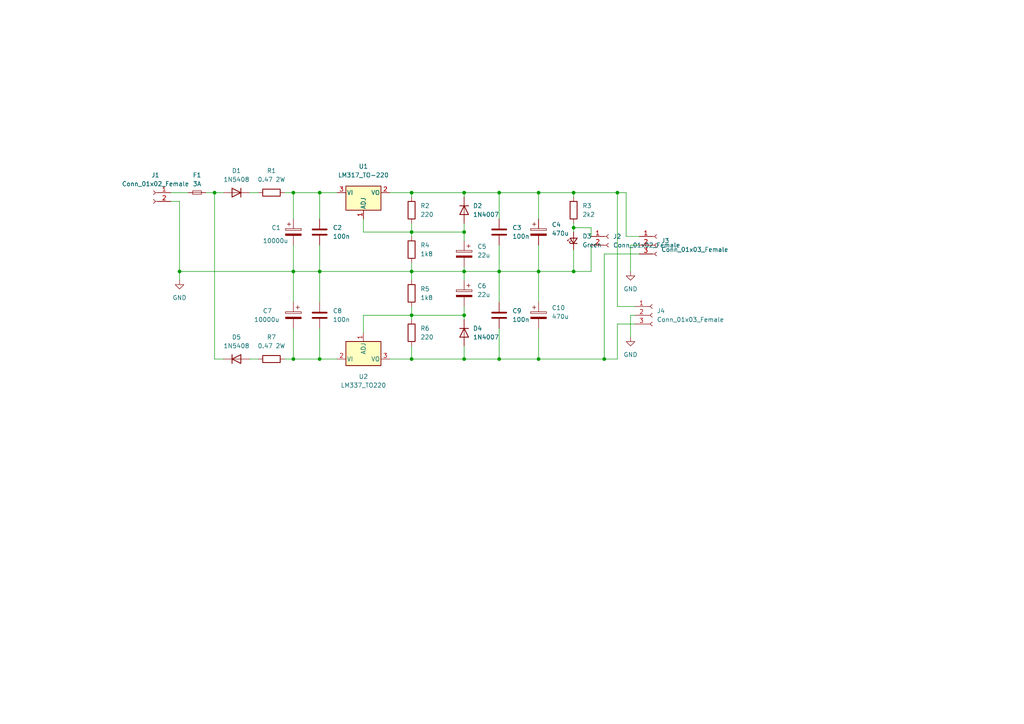
<source format=kicad_sch>
(kicad_sch (version 20211123) (generator eeschema)

  (uuid c7481fdf-b109-4b00-9133-4bcca7c51b3f)

  (paper "A4")

  (lib_symbols
    (symbol "Connector:Conn_01x02_Female" (pin_names (offset 1.016) hide) (in_bom yes) (on_board yes)
      (property "Reference" "J" (id 0) (at 0 2.54 0)
        (effects (font (size 1.27 1.27)))
      )
      (property "Value" "Conn_01x02_Female" (id 1) (at 0 -5.08 0)
        (effects (font (size 1.27 1.27)))
      )
      (property "Footprint" "" (id 2) (at 0 0 0)
        (effects (font (size 1.27 1.27)) hide)
      )
      (property "Datasheet" "~" (id 3) (at 0 0 0)
        (effects (font (size 1.27 1.27)) hide)
      )
      (property "ki_keywords" "connector" (id 4) (at 0 0 0)
        (effects (font (size 1.27 1.27)) hide)
      )
      (property "ki_description" "Generic connector, single row, 01x02, script generated (kicad-library-utils/schlib/autogen/connector/)" (id 5) (at 0 0 0)
        (effects (font (size 1.27 1.27)) hide)
      )
      (property "ki_fp_filters" "Connector*:*_1x??_*" (id 6) (at 0 0 0)
        (effects (font (size 1.27 1.27)) hide)
      )
      (symbol "Conn_01x02_Female_1_1"
        (arc (start 0 -2.032) (mid -0.508 -2.54) (end 0 -3.048)
          (stroke (width 0.1524) (type default) (color 0 0 0 0))
          (fill (type none))
        )
        (polyline
          (pts
            (xy -1.27 -2.54)
            (xy -0.508 -2.54)
          )
          (stroke (width 0.1524) (type default) (color 0 0 0 0))
          (fill (type none))
        )
        (polyline
          (pts
            (xy -1.27 0)
            (xy -0.508 0)
          )
          (stroke (width 0.1524) (type default) (color 0 0 0 0))
          (fill (type none))
        )
        (arc (start 0 0.508) (mid -0.508 0) (end 0 -0.508)
          (stroke (width 0.1524) (type default) (color 0 0 0 0))
          (fill (type none))
        )
        (pin passive line (at -5.08 0 0) (length 3.81)
          (name "Pin_1" (effects (font (size 1.27 1.27))))
          (number "1" (effects (font (size 1.27 1.27))))
        )
        (pin passive line (at -5.08 -2.54 0) (length 3.81)
          (name "Pin_2" (effects (font (size 1.27 1.27))))
          (number "2" (effects (font (size 1.27 1.27))))
        )
      )
    )
    (symbol "Connector:Conn_01x03_Female" (pin_names (offset 1.016) hide) (in_bom yes) (on_board yes)
      (property "Reference" "J" (id 0) (at 0 5.08 0)
        (effects (font (size 1.27 1.27)))
      )
      (property "Value" "Conn_01x03_Female" (id 1) (at 0 -5.08 0)
        (effects (font (size 1.27 1.27)))
      )
      (property "Footprint" "" (id 2) (at 0 0 0)
        (effects (font (size 1.27 1.27)) hide)
      )
      (property "Datasheet" "~" (id 3) (at 0 0 0)
        (effects (font (size 1.27 1.27)) hide)
      )
      (property "ki_keywords" "connector" (id 4) (at 0 0 0)
        (effects (font (size 1.27 1.27)) hide)
      )
      (property "ki_description" "Generic connector, single row, 01x03, script generated (kicad-library-utils/schlib/autogen/connector/)" (id 5) (at 0 0 0)
        (effects (font (size 1.27 1.27)) hide)
      )
      (property "ki_fp_filters" "Connector*:*_1x??_*" (id 6) (at 0 0 0)
        (effects (font (size 1.27 1.27)) hide)
      )
      (symbol "Conn_01x03_Female_1_1"
        (arc (start 0 -2.032) (mid -0.508 -2.54) (end 0 -3.048)
          (stroke (width 0.1524) (type default) (color 0 0 0 0))
          (fill (type none))
        )
        (polyline
          (pts
            (xy -1.27 -2.54)
            (xy -0.508 -2.54)
          )
          (stroke (width 0.1524) (type default) (color 0 0 0 0))
          (fill (type none))
        )
        (polyline
          (pts
            (xy -1.27 0)
            (xy -0.508 0)
          )
          (stroke (width 0.1524) (type default) (color 0 0 0 0))
          (fill (type none))
        )
        (polyline
          (pts
            (xy -1.27 2.54)
            (xy -0.508 2.54)
          )
          (stroke (width 0.1524) (type default) (color 0 0 0 0))
          (fill (type none))
        )
        (arc (start 0 0.508) (mid -0.508 0) (end 0 -0.508)
          (stroke (width 0.1524) (type default) (color 0 0 0 0))
          (fill (type none))
        )
        (arc (start 0 3.048) (mid -0.508 2.54) (end 0 2.032)
          (stroke (width 0.1524) (type default) (color 0 0 0 0))
          (fill (type none))
        )
        (pin passive line (at -5.08 2.54 0) (length 3.81)
          (name "Pin_1" (effects (font (size 1.27 1.27))))
          (number "1" (effects (font (size 1.27 1.27))))
        )
        (pin passive line (at -5.08 0 0) (length 3.81)
          (name "Pin_2" (effects (font (size 1.27 1.27))))
          (number "2" (effects (font (size 1.27 1.27))))
        )
        (pin passive line (at -5.08 -2.54 0) (length 3.81)
          (name "Pin_3" (effects (font (size 1.27 1.27))))
          (number "3" (effects (font (size 1.27 1.27))))
        )
      )
    )
    (symbol "Device:C" (pin_numbers hide) (pin_names (offset 0.254)) (in_bom yes) (on_board yes)
      (property "Reference" "C" (id 0) (at 0.635 2.54 0)
        (effects (font (size 1.27 1.27)) (justify left))
      )
      (property "Value" "C" (id 1) (at 0.635 -2.54 0)
        (effects (font (size 1.27 1.27)) (justify left))
      )
      (property "Footprint" "" (id 2) (at 0.9652 -3.81 0)
        (effects (font (size 1.27 1.27)) hide)
      )
      (property "Datasheet" "~" (id 3) (at 0 0 0)
        (effects (font (size 1.27 1.27)) hide)
      )
      (property "ki_keywords" "cap capacitor" (id 4) (at 0 0 0)
        (effects (font (size 1.27 1.27)) hide)
      )
      (property "ki_description" "Unpolarized capacitor" (id 5) (at 0 0 0)
        (effects (font (size 1.27 1.27)) hide)
      )
      (property "ki_fp_filters" "C_*" (id 6) (at 0 0 0)
        (effects (font (size 1.27 1.27)) hide)
      )
      (symbol "C_0_1"
        (polyline
          (pts
            (xy -2.032 -0.762)
            (xy 2.032 -0.762)
          )
          (stroke (width 0.508) (type default) (color 0 0 0 0))
          (fill (type none))
        )
        (polyline
          (pts
            (xy -2.032 0.762)
            (xy 2.032 0.762)
          )
          (stroke (width 0.508) (type default) (color 0 0 0 0))
          (fill (type none))
        )
      )
      (symbol "C_1_1"
        (pin passive line (at 0 3.81 270) (length 2.794)
          (name "~" (effects (font (size 1.27 1.27))))
          (number "1" (effects (font (size 1.27 1.27))))
        )
        (pin passive line (at 0 -3.81 90) (length 2.794)
          (name "~" (effects (font (size 1.27 1.27))))
          (number "2" (effects (font (size 1.27 1.27))))
        )
      )
    )
    (symbol "Device:C_Polarized" (pin_numbers hide) (pin_names (offset 0.254)) (in_bom yes) (on_board yes)
      (property "Reference" "C" (id 0) (at 0.635 2.54 0)
        (effects (font (size 1.27 1.27)) (justify left))
      )
      (property "Value" "C_Polarized" (id 1) (at 0.635 -2.54 0)
        (effects (font (size 1.27 1.27)) (justify left))
      )
      (property "Footprint" "" (id 2) (at 0.9652 -3.81 0)
        (effects (font (size 1.27 1.27)) hide)
      )
      (property "Datasheet" "~" (id 3) (at 0 0 0)
        (effects (font (size 1.27 1.27)) hide)
      )
      (property "ki_keywords" "cap capacitor" (id 4) (at 0 0 0)
        (effects (font (size 1.27 1.27)) hide)
      )
      (property "ki_description" "Polarized capacitor" (id 5) (at 0 0 0)
        (effects (font (size 1.27 1.27)) hide)
      )
      (property "ki_fp_filters" "CP_*" (id 6) (at 0 0 0)
        (effects (font (size 1.27 1.27)) hide)
      )
      (symbol "C_Polarized_0_1"
        (rectangle (start -2.286 0.508) (end 2.286 1.016)
          (stroke (width 0) (type default) (color 0 0 0 0))
          (fill (type none))
        )
        (polyline
          (pts
            (xy -1.778 2.286)
            (xy -0.762 2.286)
          )
          (stroke (width 0) (type default) (color 0 0 0 0))
          (fill (type none))
        )
        (polyline
          (pts
            (xy -1.27 2.794)
            (xy -1.27 1.778)
          )
          (stroke (width 0) (type default) (color 0 0 0 0))
          (fill (type none))
        )
        (rectangle (start 2.286 -0.508) (end -2.286 -1.016)
          (stroke (width 0) (type default) (color 0 0 0 0))
          (fill (type outline))
        )
      )
      (symbol "C_Polarized_1_1"
        (pin passive line (at 0 3.81 270) (length 2.794)
          (name "~" (effects (font (size 1.27 1.27))))
          (number "1" (effects (font (size 1.27 1.27))))
        )
        (pin passive line (at 0 -3.81 90) (length 2.794)
          (name "~" (effects (font (size 1.27 1.27))))
          (number "2" (effects (font (size 1.27 1.27))))
        )
      )
    )
    (symbol "Device:Fuse_Small" (pin_numbers hide) (pin_names (offset 0.254) hide) (in_bom yes) (on_board yes)
      (property "Reference" "F" (id 0) (at 0 -1.524 0)
        (effects (font (size 1.27 1.27)))
      )
      (property "Value" "Fuse_Small" (id 1) (at 0 1.524 0)
        (effects (font (size 1.27 1.27)))
      )
      (property "Footprint" "" (id 2) (at 0 0 0)
        (effects (font (size 1.27 1.27)) hide)
      )
      (property "Datasheet" "~" (id 3) (at 0 0 0)
        (effects (font (size 1.27 1.27)) hide)
      )
      (property "ki_keywords" "fuse" (id 4) (at 0 0 0)
        (effects (font (size 1.27 1.27)) hide)
      )
      (property "ki_description" "Fuse, small symbol" (id 5) (at 0 0 0)
        (effects (font (size 1.27 1.27)) hide)
      )
      (property "ki_fp_filters" "SM*" (id 6) (at 0 0 0)
        (effects (font (size 1.27 1.27)) hide)
      )
      (symbol "Fuse_Small_0_1"
        (rectangle (start -1.27 0.508) (end 1.27 -0.508)
          (stroke (width 0) (type default) (color 0 0 0 0))
          (fill (type none))
        )
        (polyline
          (pts
            (xy -1.27 0)
            (xy 1.27 0)
          )
          (stroke (width 0) (type default) (color 0 0 0 0))
          (fill (type none))
        )
      )
      (symbol "Fuse_Small_1_1"
        (pin passive line (at -2.54 0 0) (length 1.27)
          (name "~" (effects (font (size 1.27 1.27))))
          (number "1" (effects (font (size 1.27 1.27))))
        )
        (pin passive line (at 2.54 0 180) (length 1.27)
          (name "~" (effects (font (size 1.27 1.27))))
          (number "2" (effects (font (size 1.27 1.27))))
        )
      )
    )
    (symbol "Device:LED_Small" (pin_numbers hide) (pin_names (offset 0.254) hide) (in_bom yes) (on_board yes)
      (property "Reference" "D" (id 0) (at -1.27 3.175 0)
        (effects (font (size 1.27 1.27)) (justify left))
      )
      (property "Value" "LED_Small" (id 1) (at -4.445 -2.54 0)
        (effects (font (size 1.27 1.27)) (justify left))
      )
      (property "Footprint" "" (id 2) (at 0 0 90)
        (effects (font (size 1.27 1.27)) hide)
      )
      (property "Datasheet" "~" (id 3) (at 0 0 90)
        (effects (font (size 1.27 1.27)) hide)
      )
      (property "ki_keywords" "LED diode light-emitting-diode" (id 4) (at 0 0 0)
        (effects (font (size 1.27 1.27)) hide)
      )
      (property "ki_description" "Light emitting diode, small symbol" (id 5) (at 0 0 0)
        (effects (font (size 1.27 1.27)) hide)
      )
      (property "ki_fp_filters" "LED* LED_SMD:* LED_THT:*" (id 6) (at 0 0 0)
        (effects (font (size 1.27 1.27)) hide)
      )
      (symbol "LED_Small_0_1"
        (polyline
          (pts
            (xy -0.762 -1.016)
            (xy -0.762 1.016)
          )
          (stroke (width 0.254) (type default) (color 0 0 0 0))
          (fill (type none))
        )
        (polyline
          (pts
            (xy 1.016 0)
            (xy -0.762 0)
          )
          (stroke (width 0) (type default) (color 0 0 0 0))
          (fill (type none))
        )
        (polyline
          (pts
            (xy 0.762 -1.016)
            (xy -0.762 0)
            (xy 0.762 1.016)
            (xy 0.762 -1.016)
          )
          (stroke (width 0.254) (type default) (color 0 0 0 0))
          (fill (type none))
        )
        (polyline
          (pts
            (xy 0 0.762)
            (xy -0.508 1.27)
            (xy -0.254 1.27)
            (xy -0.508 1.27)
            (xy -0.508 1.016)
          )
          (stroke (width 0) (type default) (color 0 0 0 0))
          (fill (type none))
        )
        (polyline
          (pts
            (xy 0.508 1.27)
            (xy 0 1.778)
            (xy 0.254 1.778)
            (xy 0 1.778)
            (xy 0 1.524)
          )
          (stroke (width 0) (type default) (color 0 0 0 0))
          (fill (type none))
        )
      )
      (symbol "LED_Small_1_1"
        (pin passive line (at -2.54 0 0) (length 1.778)
          (name "K" (effects (font (size 1.27 1.27))))
          (number "1" (effects (font (size 1.27 1.27))))
        )
        (pin passive line (at 2.54 0 180) (length 1.778)
          (name "A" (effects (font (size 1.27 1.27))))
          (number "2" (effects (font (size 1.27 1.27))))
        )
      )
    )
    (symbol "Device:R" (pin_numbers hide) (pin_names (offset 0)) (in_bom yes) (on_board yes)
      (property "Reference" "R" (id 0) (at 2.032 0 90)
        (effects (font (size 1.27 1.27)))
      )
      (property "Value" "R" (id 1) (at 0 0 90)
        (effects (font (size 1.27 1.27)))
      )
      (property "Footprint" "" (id 2) (at -1.778 0 90)
        (effects (font (size 1.27 1.27)) hide)
      )
      (property "Datasheet" "~" (id 3) (at 0 0 0)
        (effects (font (size 1.27 1.27)) hide)
      )
      (property "ki_keywords" "R res resistor" (id 4) (at 0 0 0)
        (effects (font (size 1.27 1.27)) hide)
      )
      (property "ki_description" "Resistor" (id 5) (at 0 0 0)
        (effects (font (size 1.27 1.27)) hide)
      )
      (property "ki_fp_filters" "R_*" (id 6) (at 0 0 0)
        (effects (font (size 1.27 1.27)) hide)
      )
      (symbol "R_0_1"
        (rectangle (start -1.016 -2.54) (end 1.016 2.54)
          (stroke (width 0.254) (type default) (color 0 0 0 0))
          (fill (type none))
        )
      )
      (symbol "R_1_1"
        (pin passive line (at 0 3.81 270) (length 1.27)
          (name "~" (effects (font (size 1.27 1.27))))
          (number "1" (effects (font (size 1.27 1.27))))
        )
        (pin passive line (at 0 -3.81 90) (length 1.27)
          (name "~" (effects (font (size 1.27 1.27))))
          (number "2" (effects (font (size 1.27 1.27))))
        )
      )
    )
    (symbol "Diode:1N4007" (pin_numbers hide) (pin_names (offset 1.016) hide) (in_bom yes) (on_board yes)
      (property "Reference" "D" (id 0) (at 0 2.54 0)
        (effects (font (size 1.27 1.27)))
      )
      (property "Value" "1N4007" (id 1) (at 0 -2.54 0)
        (effects (font (size 1.27 1.27)))
      )
      (property "Footprint" "Diode_THT:D_DO-41_SOD81_P10.16mm_Horizontal" (id 2) (at 0 -4.445 0)
        (effects (font (size 1.27 1.27)) hide)
      )
      (property "Datasheet" "http://www.vishay.com/docs/88503/1n4001.pdf" (id 3) (at 0 0 0)
        (effects (font (size 1.27 1.27)) hide)
      )
      (property "ki_keywords" "diode" (id 4) (at 0 0 0)
        (effects (font (size 1.27 1.27)) hide)
      )
      (property "ki_description" "1000V 1A General Purpose Rectifier Diode, DO-41" (id 5) (at 0 0 0)
        (effects (font (size 1.27 1.27)) hide)
      )
      (property "ki_fp_filters" "D*DO?41*" (id 6) (at 0 0 0)
        (effects (font (size 1.27 1.27)) hide)
      )
      (symbol "1N4007_0_1"
        (polyline
          (pts
            (xy -1.27 1.27)
            (xy -1.27 -1.27)
          )
          (stroke (width 0.254) (type default) (color 0 0 0 0))
          (fill (type none))
        )
        (polyline
          (pts
            (xy 1.27 0)
            (xy -1.27 0)
          )
          (stroke (width 0) (type default) (color 0 0 0 0))
          (fill (type none))
        )
        (polyline
          (pts
            (xy 1.27 1.27)
            (xy 1.27 -1.27)
            (xy -1.27 0)
            (xy 1.27 1.27)
          )
          (stroke (width 0.254) (type default) (color 0 0 0 0))
          (fill (type none))
        )
      )
      (symbol "1N4007_1_1"
        (pin passive line (at -3.81 0 0) (length 2.54)
          (name "K" (effects (font (size 1.27 1.27))))
          (number "1" (effects (font (size 1.27 1.27))))
        )
        (pin passive line (at 3.81 0 180) (length 2.54)
          (name "A" (effects (font (size 1.27 1.27))))
          (number "2" (effects (font (size 1.27 1.27))))
        )
      )
    )
    (symbol "Diode:1N5408" (pin_numbers hide) (pin_names (offset 1.016) hide) (in_bom yes) (on_board yes)
      (property "Reference" "D" (id 0) (at 0 2.54 0)
        (effects (font (size 1.27 1.27)))
      )
      (property "Value" "1N5408" (id 1) (at 0 -2.54 0)
        (effects (font (size 1.27 1.27)))
      )
      (property "Footprint" "Diode_THT:D_DO-201AD_P15.24mm_Horizontal" (id 2) (at 0 -4.445 0)
        (effects (font (size 1.27 1.27)) hide)
      )
      (property "Datasheet" "http://www.vishay.com/docs/88516/1n5400.pdf" (id 3) (at 0 0 0)
        (effects (font (size 1.27 1.27)) hide)
      )
      (property "ki_keywords" "diode" (id 4) (at 0 0 0)
        (effects (font (size 1.27 1.27)) hide)
      )
      (property "ki_description" "1000V 3A General Purpose Rectifier Diode, DO-201AD" (id 5) (at 0 0 0)
        (effects (font (size 1.27 1.27)) hide)
      )
      (property "ki_fp_filters" "D*DO?201AD*" (id 6) (at 0 0 0)
        (effects (font (size 1.27 1.27)) hide)
      )
      (symbol "1N5408_0_1"
        (polyline
          (pts
            (xy -1.27 1.27)
            (xy -1.27 -1.27)
          )
          (stroke (width 0.254) (type default) (color 0 0 0 0))
          (fill (type none))
        )
        (polyline
          (pts
            (xy 1.27 0)
            (xy -1.27 0)
          )
          (stroke (width 0) (type default) (color 0 0 0 0))
          (fill (type none))
        )
        (polyline
          (pts
            (xy 1.27 1.27)
            (xy 1.27 -1.27)
            (xy -1.27 0)
            (xy 1.27 1.27)
          )
          (stroke (width 0.254) (type default) (color 0 0 0 0))
          (fill (type none))
        )
      )
      (symbol "1N5408_1_1"
        (pin passive line (at -3.81 0 0) (length 2.54)
          (name "K" (effects (font (size 1.27 1.27))))
          (number "1" (effects (font (size 1.27 1.27))))
        )
        (pin passive line (at 3.81 0 180) (length 2.54)
          (name "A" (effects (font (size 1.27 1.27))))
          (number "2" (effects (font (size 1.27 1.27))))
        )
      )
    )
    (symbol "Regulator_Linear:LM317_TO-220" (pin_names (offset 0.254)) (in_bom yes) (on_board yes)
      (property "Reference" "U" (id 0) (at -3.81 3.175 0)
        (effects (font (size 1.27 1.27)))
      )
      (property "Value" "LM317_TO-220" (id 1) (at 0 3.175 0)
        (effects (font (size 1.27 1.27)) (justify left))
      )
      (property "Footprint" "Package_TO_SOT_THT:TO-220-3_Vertical" (id 2) (at 0 6.35 0)
        (effects (font (size 1.27 1.27) italic) hide)
      )
      (property "Datasheet" "http://www.ti.com/lit/ds/symlink/lm317.pdf" (id 3) (at 0 0 0)
        (effects (font (size 1.27 1.27)) hide)
      )
      (property "ki_keywords" "Adjustable Voltage Regulator 1A Positive" (id 4) (at 0 0 0)
        (effects (font (size 1.27 1.27)) hide)
      )
      (property "ki_description" "1.5A 35V Adjustable Linear Regulator, TO-220" (id 5) (at 0 0 0)
        (effects (font (size 1.27 1.27)) hide)
      )
      (property "ki_fp_filters" "TO?220*" (id 6) (at 0 0 0)
        (effects (font (size 1.27 1.27)) hide)
      )
      (symbol "LM317_TO-220_0_1"
        (rectangle (start -5.08 1.905) (end 5.08 -5.08)
          (stroke (width 0.254) (type default) (color 0 0 0 0))
          (fill (type background))
        )
      )
      (symbol "LM317_TO-220_1_1"
        (pin input line (at 0 -7.62 90) (length 2.54)
          (name "ADJ" (effects (font (size 1.27 1.27))))
          (number "1" (effects (font (size 1.27 1.27))))
        )
        (pin power_out line (at 7.62 0 180) (length 2.54)
          (name "VO" (effects (font (size 1.27 1.27))))
          (number "2" (effects (font (size 1.27 1.27))))
        )
        (pin power_in line (at -7.62 0 0) (length 2.54)
          (name "VI" (effects (font (size 1.27 1.27))))
          (number "3" (effects (font (size 1.27 1.27))))
        )
      )
    )
    (symbol "Regulator_Linear:LM337_TO220" (pin_names (offset 0.254)) (in_bom yes) (on_board yes)
      (property "Reference" "U" (id 0) (at -3.81 -3.175 0)
        (effects (font (size 1.27 1.27)))
      )
      (property "Value" "LM337_TO220" (id 1) (at 0 -3.175 0)
        (effects (font (size 1.27 1.27)) (justify left))
      )
      (property "Footprint" "Package_TO_SOT_THT:TO-220-3_Vertical" (id 2) (at 0 -5.08 0)
        (effects (font (size 1.27 1.27) italic) hide)
      )
      (property "Datasheet" "http://www.ti.com/lit/ds/symlink/lm337-n.pdf" (id 3) (at 0 0 0)
        (effects (font (size 1.27 1.27)) hide)
      )
      (property "ki_keywords" "Adjustable Voltage Regulator 1.5A Negative" (id 4) (at 0 0 0)
        (effects (font (size 1.27 1.27)) hide)
      )
      (property "ki_description" "Negative 1.5A 35V Adjustable Linear Regulator, TO-220" (id 5) (at 0 0 0)
        (effects (font (size 1.27 1.27)) hide)
      )
      (property "ki_fp_filters" "TO?220*" (id 6) (at 0 0 0)
        (effects (font (size 1.27 1.27)) hide)
      )
      (symbol "LM337_TO220_0_1"
        (rectangle (start -5.08 5.08) (end 5.08 -1.905)
          (stroke (width 0.254) (type default) (color 0 0 0 0))
          (fill (type background))
        )
      )
      (symbol "LM337_TO220_1_1"
        (pin input line (at 0 7.62 270) (length 2.54)
          (name "ADJ" (effects (font (size 1.27 1.27))))
          (number "1" (effects (font (size 1.27 1.27))))
        )
        (pin power_in line (at -7.62 0 0) (length 2.54)
          (name "VI" (effects (font (size 1.27 1.27))))
          (number "2" (effects (font (size 1.27 1.27))))
        )
        (pin power_out line (at 7.62 0 180) (length 2.54)
          (name "VO" (effects (font (size 1.27 1.27))))
          (number "3" (effects (font (size 1.27 1.27))))
        )
      )
    )
    (symbol "power:GND" (power) (pin_names (offset 0)) (in_bom yes) (on_board yes)
      (property "Reference" "#PWR" (id 0) (at 0 -6.35 0)
        (effects (font (size 1.27 1.27)) hide)
      )
      (property "Value" "GND" (id 1) (at 0 -3.81 0)
        (effects (font (size 1.27 1.27)))
      )
      (property "Footprint" "" (id 2) (at 0 0 0)
        (effects (font (size 1.27 1.27)) hide)
      )
      (property "Datasheet" "" (id 3) (at 0 0 0)
        (effects (font (size 1.27 1.27)) hide)
      )
      (property "ki_keywords" "power-flag" (id 4) (at 0 0 0)
        (effects (font (size 1.27 1.27)) hide)
      )
      (property "ki_description" "Power symbol creates a global label with name \"GND\" , ground" (id 5) (at 0 0 0)
        (effects (font (size 1.27 1.27)) hide)
      )
      (symbol "GND_0_1"
        (polyline
          (pts
            (xy 0 0)
            (xy 0 -1.27)
            (xy 1.27 -1.27)
            (xy 0 -2.54)
            (xy -1.27 -1.27)
            (xy 0 -1.27)
          )
          (stroke (width 0) (type default) (color 0 0 0 0))
          (fill (type none))
        )
      )
      (symbol "GND_1_1"
        (pin power_in line (at 0 0 270) (length 0) hide
          (name "GND" (effects (font (size 1.27 1.27))))
          (number "1" (effects (font (size 1.27 1.27))))
        )
      )
    )
  )

  (junction (at 144.78 55.88) (diameter 0) (color 0 0 0 0)
    (uuid 03a451ec-38ac-4301-94dd-53413352b806)
  )
  (junction (at 85.09 104.14) (diameter 0) (color 0 0 0 0)
    (uuid 1b072512-455d-4bda-bd7e-1a392576f057)
  )
  (junction (at 92.71 78.74) (diameter 0) (color 0 0 0 0)
    (uuid 2c07119c-5321-454c-8fbd-098ebe6aae3c)
  )
  (junction (at 166.37 55.88) (diameter 0) (color 0 0 0 0)
    (uuid 2c36a2e0-9872-437a-b444-dbdce6814b48)
  )
  (junction (at 166.37 78.74) (diameter 0) (color 0 0 0 0)
    (uuid 310cb97e-c82e-4d7b-b09f-20ca3ef27c0c)
  )
  (junction (at 119.38 55.88) (diameter 0) (color 0 0 0 0)
    (uuid 38cb0ad5-9518-4ee8-b27e-25af456c3f53)
  )
  (junction (at 156.21 78.74) (diameter 0) (color 0 0 0 0)
    (uuid 3f205587-e28d-4527-bb7e-5de5deed6845)
  )
  (junction (at 92.71 55.88) (diameter 0) (color 0 0 0 0)
    (uuid 434521a2-920c-40e3-82c1-0ea61e8b807d)
  )
  (junction (at 134.62 55.88) (diameter 0) (color 0 0 0 0)
    (uuid 4803bd7c-c1b3-4208-b25c-80d07e9470d9)
  )
  (junction (at 134.62 104.14) (diameter 0) (color 0 0 0 0)
    (uuid 5598a0a3-7afa-4689-be20-8f4d2bbb0cd4)
  )
  (junction (at 85.09 78.74) (diameter 0) (color 0 0 0 0)
    (uuid 578fc016-b0a9-485e-83a0-621adb21f9e9)
  )
  (junction (at 166.37 66.04) (diameter 0) (color 0 0 0 0)
    (uuid 5b6e317d-19de-4a99-b35a-a856709a0b17)
  )
  (junction (at 134.62 78.74) (diameter 0) (color 0 0 0 0)
    (uuid 5ee529ad-6f70-4072-b8cb-c8f1914cf446)
  )
  (junction (at 134.62 91.44) (diameter 0) (color 0 0 0 0)
    (uuid 7284a20d-e842-402f-a012-a57be0248836)
  )
  (junction (at 119.38 104.14) (diameter 0) (color 0 0 0 0)
    (uuid 754a4008-ffe6-423d-848b-60dbc10a9abb)
  )
  (junction (at 144.78 78.74) (diameter 0) (color 0 0 0 0)
    (uuid 771882b5-6ed7-4644-be65-50b99b267dbf)
  )
  (junction (at 62.23 55.88) (diameter 0) (color 0 0 0 0)
    (uuid 7b38d091-1ff5-445f-830d-cef34de43391)
  )
  (junction (at 175.26 104.14) (diameter 0) (color 0 0 0 0)
    (uuid 84822627-910e-494f-ad1e-c00072c1d692)
  )
  (junction (at 134.62 67.31) (diameter 0) (color 0 0 0 0)
    (uuid 84db1ddb-b7c8-4dd7-804e-04d2b79e814a)
  )
  (junction (at 119.38 91.44) (diameter 0) (color 0 0 0 0)
    (uuid 884c75f3-d687-46e7-86fb-8a745dca4cc9)
  )
  (junction (at 156.21 55.88) (diameter 0) (color 0 0 0 0)
    (uuid 89e31e78-8fc3-4d93-bc21-462c38598ec1)
  )
  (junction (at 52.07 78.74) (diameter 0) (color 0 0 0 0)
    (uuid a97988d6-96e0-4a90-8b6f-9f6bbf6904d2)
  )
  (junction (at 92.71 104.14) (diameter 0) (color 0 0 0 0)
    (uuid ac990ad8-7107-4034-93c7-bb09f374d692)
  )
  (junction (at 119.38 78.74) (diameter 0) (color 0 0 0 0)
    (uuid aeb53672-88ea-4495-9c52-6dd42db7be1a)
  )
  (junction (at 144.78 104.14) (diameter 0) (color 0 0 0 0)
    (uuid b8993b73-d052-4af9-bce5-d1c84d077e1e)
  )
  (junction (at 119.38 67.31) (diameter 0) (color 0 0 0 0)
    (uuid c6c8468b-56ce-42d8-91ef-cddb7eaf9509)
  )
  (junction (at 85.09 55.88) (diameter 0) (color 0 0 0 0)
    (uuid d1275b1a-8eb5-4f7f-91dc-ea962ed8da8f)
  )
  (junction (at 179.07 55.88) (diameter 0) (color 0 0 0 0)
    (uuid d1e0a843-f6e6-4626-8e1f-0dbe4bd55438)
  )
  (junction (at 156.21 104.14) (diameter 0) (color 0 0 0 0)
    (uuid df26e782-be0c-417d-a40c-86daee561c39)
  )

  (wire (pts (xy 144.78 55.88) (xy 156.21 55.88))
    (stroke (width 0) (type default) (color 0 0 0 0))
    (uuid 0076e0cf-5e9d-4a75-a1d0-f41a0b570d9a)
  )
  (wire (pts (xy 156.21 104.14) (xy 156.21 95.25))
    (stroke (width 0) (type default) (color 0 0 0 0))
    (uuid 099b1d33-c774-459b-b985-bbc672c953d9)
  )
  (wire (pts (xy 119.38 78.74) (xy 92.71 78.74))
    (stroke (width 0) (type default) (color 0 0 0 0))
    (uuid 09f12d80-5749-4d3a-97df-e7333e36c0d9)
  )
  (wire (pts (xy 134.62 64.77) (xy 134.62 67.31))
    (stroke (width 0) (type default) (color 0 0 0 0))
    (uuid 0a8a0467-ceaa-49ed-926c-1b5bfbab68e7)
  )
  (wire (pts (xy 144.78 71.12) (xy 144.78 78.74))
    (stroke (width 0) (type default) (color 0 0 0 0))
    (uuid 0aa6fc44-e0ce-4f82-93f8-eb27013b4d1a)
  )
  (wire (pts (xy 171.45 68.58) (xy 171.45 66.04))
    (stroke (width 0) (type default) (color 0 0 0 0))
    (uuid 0fbd8a06-85c9-4ad4-8517-a2809baef0ce)
  )
  (wire (pts (xy 92.71 71.12) (xy 92.71 78.74))
    (stroke (width 0) (type default) (color 0 0 0 0))
    (uuid 13aaa7bb-9a10-4887-aaa2-b48fead04bf7)
  )
  (wire (pts (xy 119.38 100.33) (xy 119.38 104.14))
    (stroke (width 0) (type default) (color 0 0 0 0))
    (uuid 1590feb5-9d87-45cd-ab70-3c3ebcbca117)
  )
  (wire (pts (xy 166.37 66.04) (xy 166.37 67.31))
    (stroke (width 0) (type default) (color 0 0 0 0))
    (uuid 18c8af0a-580b-4174-9a7f-b993f1377e3e)
  )
  (wire (pts (xy 144.78 78.74) (xy 144.78 87.63))
    (stroke (width 0) (type default) (color 0 0 0 0))
    (uuid 1b41bc0e-9777-4371-b417-d3d85244c9b7)
  )
  (wire (pts (xy 144.78 104.14) (xy 156.21 104.14))
    (stroke (width 0) (type default) (color 0 0 0 0))
    (uuid 1b5ba77e-1b98-4770-ab27-b6e56dbf13de)
  )
  (wire (pts (xy 119.38 67.31) (xy 134.62 67.31))
    (stroke (width 0) (type default) (color 0 0 0 0))
    (uuid 1d7db52d-06cf-4c32-9960-354e47b09ecd)
  )
  (wire (pts (xy 59.69 55.88) (xy 62.23 55.88))
    (stroke (width 0) (type default) (color 0 0 0 0))
    (uuid 221ba3fb-0737-489a-ba75-4dacc8be1f36)
  )
  (wire (pts (xy 179.07 93.98) (xy 179.07 104.14))
    (stroke (width 0) (type default) (color 0 0 0 0))
    (uuid 2caec8e2-d35d-4e35-973b-467fb5c8d8a5)
  )
  (wire (pts (xy 156.21 55.88) (xy 166.37 55.88))
    (stroke (width 0) (type default) (color 0 0 0 0))
    (uuid 322ab516-7da7-4016-bacf-da6f2d16c6e1)
  )
  (wire (pts (xy 119.38 91.44) (xy 119.38 92.71))
    (stroke (width 0) (type default) (color 0 0 0 0))
    (uuid 33c0ae77-b235-4e5d-8e51-40ec8b576c02)
  )
  (wire (pts (xy 119.38 88.9) (xy 119.38 91.44))
    (stroke (width 0) (type default) (color 0 0 0 0))
    (uuid 33ffb9dc-0190-44e5-af3a-fc1e096013fe)
  )
  (wire (pts (xy 105.41 67.31) (xy 119.38 67.31))
    (stroke (width 0) (type default) (color 0 0 0 0))
    (uuid 3aa53420-8492-4479-8b6b-e6764cee4e3a)
  )
  (wire (pts (xy 181.61 55.88) (xy 179.07 55.88))
    (stroke (width 0) (type default) (color 0 0 0 0))
    (uuid 3df261ab-bf2b-45d8-af9f-cfc45ea4ca4d)
  )
  (wire (pts (xy 52.07 58.42) (xy 49.53 58.42))
    (stroke (width 0) (type default) (color 0 0 0 0))
    (uuid 4033c8ab-db4a-484e-a508-b2c4a7b325a0)
  )
  (wire (pts (xy 85.09 104.14) (xy 92.71 104.14))
    (stroke (width 0) (type default) (color 0 0 0 0))
    (uuid 40857e62-6f78-4957-8b98-4ce7d739fb2c)
  )
  (wire (pts (xy 62.23 55.88) (xy 62.23 104.14))
    (stroke (width 0) (type default) (color 0 0 0 0))
    (uuid 419209c5-5603-4918-b5f3-b8698c2dc52e)
  )
  (wire (pts (xy 134.62 100.33) (xy 134.62 104.14))
    (stroke (width 0) (type default) (color 0 0 0 0))
    (uuid 4d20cdc1-92bc-4eaa-98cc-264ca196f8f6)
  )
  (wire (pts (xy 134.62 55.88) (xy 144.78 55.88))
    (stroke (width 0) (type default) (color 0 0 0 0))
    (uuid 4d4f0561-5567-4325-ad4e-3dfc35af7504)
  )
  (wire (pts (xy 85.09 55.88) (xy 85.09 63.5))
    (stroke (width 0) (type default) (color 0 0 0 0))
    (uuid 4e3e9544-7586-489f-96bb-77a0fa7a712f)
  )
  (wire (pts (xy 134.62 88.9) (xy 134.62 91.44))
    (stroke (width 0) (type default) (color 0 0 0 0))
    (uuid 4e5a2613-765c-4646-be6c-9fd850320527)
  )
  (wire (pts (xy 134.62 78.74) (xy 144.78 78.74))
    (stroke (width 0) (type default) (color 0 0 0 0))
    (uuid 4e5c65f0-2250-4097-a558-b0ebc100fde9)
  )
  (wire (pts (xy 105.41 96.52) (xy 105.41 91.44))
    (stroke (width 0) (type default) (color 0 0 0 0))
    (uuid 4f475a92-f9e4-404c-8420-75ad1bb14c9d)
  )
  (wire (pts (xy 72.39 55.88) (xy 74.93 55.88))
    (stroke (width 0) (type default) (color 0 0 0 0))
    (uuid 5350f565-038b-4476-80fa-5ad46f3d18fa)
  )
  (wire (pts (xy 166.37 78.74) (xy 171.45 78.74))
    (stroke (width 0) (type default) (color 0 0 0 0))
    (uuid 56fb639c-5a3f-492f-96a4-d6bef45f16d5)
  )
  (wire (pts (xy 52.07 78.74) (xy 52.07 81.28))
    (stroke (width 0) (type default) (color 0 0 0 0))
    (uuid 582eaaa6-729a-4e97-8a0b-a475af7fc2e7)
  )
  (wire (pts (xy 113.03 55.88) (xy 119.38 55.88))
    (stroke (width 0) (type default) (color 0 0 0 0))
    (uuid 5c3f7b5b-be71-4de8-a217-ecd631808e89)
  )
  (wire (pts (xy 175.26 73.66) (xy 175.26 104.14))
    (stroke (width 0) (type default) (color 0 0 0 0))
    (uuid 5ddaaa88-6c36-4e6e-abc7-8e9b46a197d2)
  )
  (wire (pts (xy 85.09 95.25) (xy 85.09 104.14))
    (stroke (width 0) (type default) (color 0 0 0 0))
    (uuid 5f0353ee-49e4-4e0a-b96c-1208e5044ade)
  )
  (wire (pts (xy 119.38 55.88) (xy 134.62 55.88))
    (stroke (width 0) (type default) (color 0 0 0 0))
    (uuid 617f34f5-51a3-4d4e-a45e-6e8bba1087ab)
  )
  (wire (pts (xy 182.88 97.79) (xy 182.88 91.44))
    (stroke (width 0) (type default) (color 0 0 0 0))
    (uuid 65c284f8-4e23-4758-97fd-ea07eea5efea)
  )
  (wire (pts (xy 92.71 104.14) (xy 97.79 104.14))
    (stroke (width 0) (type default) (color 0 0 0 0))
    (uuid 6bcca023-5ac7-492f-868a-c7e55522fcc6)
  )
  (wire (pts (xy 92.71 55.88) (xy 92.71 63.5))
    (stroke (width 0) (type default) (color 0 0 0 0))
    (uuid 6cecdb7d-9547-4fa0-aa66-4024db761f29)
  )
  (wire (pts (xy 82.55 104.14) (xy 85.09 104.14))
    (stroke (width 0) (type default) (color 0 0 0 0))
    (uuid 6e54627b-22fe-493d-8b97-c5ecefe9f3e8)
  )
  (wire (pts (xy 184.15 93.98) (xy 179.07 93.98))
    (stroke (width 0) (type default) (color 0 0 0 0))
    (uuid 6fdcaf87-8338-4b72-82a4-2b3943f7eb40)
  )
  (wire (pts (xy 105.41 91.44) (xy 119.38 91.44))
    (stroke (width 0) (type default) (color 0 0 0 0))
    (uuid 70d74511-b548-4f73-8ce3-8c852f97189b)
  )
  (wire (pts (xy 134.62 91.44) (xy 134.62 92.71))
    (stroke (width 0) (type default) (color 0 0 0 0))
    (uuid 72bc27ea-568d-4787-b117-2579facaa269)
  )
  (wire (pts (xy 85.09 55.88) (xy 92.71 55.88))
    (stroke (width 0) (type default) (color 0 0 0 0))
    (uuid 77d2bb9b-4955-49ed-bcfa-80d12b6c97f6)
  )
  (wire (pts (xy 85.09 78.74) (xy 85.09 87.63))
    (stroke (width 0) (type default) (color 0 0 0 0))
    (uuid 790e8f6b-5893-497f-887b-b79315470ee8)
  )
  (wire (pts (xy 113.03 104.14) (xy 119.38 104.14))
    (stroke (width 0) (type default) (color 0 0 0 0))
    (uuid 7a1d41d5-40a3-47cf-8084-1ca6aec90e70)
  )
  (wire (pts (xy 119.38 78.74) (xy 119.38 81.28))
    (stroke (width 0) (type default) (color 0 0 0 0))
    (uuid 7a6da17f-2d00-4096-9736-a580b37f99c8)
  )
  (wire (pts (xy 85.09 71.12) (xy 85.09 78.74))
    (stroke (width 0) (type default) (color 0 0 0 0))
    (uuid 7f695168-3549-4f4a-b613-ccf1c4acb55c)
  )
  (wire (pts (xy 92.71 55.88) (xy 97.79 55.88))
    (stroke (width 0) (type default) (color 0 0 0 0))
    (uuid 80485256-3278-44fe-946d-c9fad494d3aa)
  )
  (wire (pts (xy 134.62 78.74) (xy 119.38 78.74))
    (stroke (width 0) (type default) (color 0 0 0 0))
    (uuid 84484d36-95e6-4006-bce4-19afd9f87c8d)
  )
  (wire (pts (xy 92.71 78.74) (xy 85.09 78.74))
    (stroke (width 0) (type default) (color 0 0 0 0))
    (uuid 871bb312-f2d4-4e20-b487-79c066f46d39)
  )
  (wire (pts (xy 181.61 68.58) (xy 181.61 55.88))
    (stroke (width 0) (type default) (color 0 0 0 0))
    (uuid 873ac517-5f79-43db-832d-c9705a190891)
  )
  (wire (pts (xy 82.55 55.88) (xy 85.09 55.88))
    (stroke (width 0) (type default) (color 0 0 0 0))
    (uuid 87597dd4-6429-42da-abc8-20ca737c3fe1)
  )
  (wire (pts (xy 144.78 95.25) (xy 144.78 104.14))
    (stroke (width 0) (type default) (color 0 0 0 0))
    (uuid 89228c83-779d-4fd0-b5f8-1fa96576846b)
  )
  (wire (pts (xy 119.38 64.77) (xy 119.38 67.31))
    (stroke (width 0) (type default) (color 0 0 0 0))
    (uuid 89a43392-43e9-4451-be05-eb7eb4b30b85)
  )
  (wire (pts (xy 92.71 95.25) (xy 92.71 104.14))
    (stroke (width 0) (type default) (color 0 0 0 0))
    (uuid 956992ab-ec95-42e6-907f-aa5bc4df167e)
  )
  (wire (pts (xy 166.37 57.15) (xy 166.37 55.88))
    (stroke (width 0) (type default) (color 0 0 0 0))
    (uuid 956c497f-1de9-4a55-b9e9-f04986655cf6)
  )
  (wire (pts (xy 119.38 55.88) (xy 119.38 57.15))
    (stroke (width 0) (type default) (color 0 0 0 0))
    (uuid 9b5a9283-1596-47bd-afc3-13554fe7d35b)
  )
  (wire (pts (xy 72.39 104.14) (xy 74.93 104.14))
    (stroke (width 0) (type default) (color 0 0 0 0))
    (uuid 9bb9f98d-7f1a-42a9-a563-b9f32b92717c)
  )
  (wire (pts (xy 171.45 71.12) (xy 171.45 78.74))
    (stroke (width 0) (type default) (color 0 0 0 0))
    (uuid a080ee4d-8119-4492-b5f2-de2b44869737)
  )
  (wire (pts (xy 64.77 104.14) (xy 62.23 104.14))
    (stroke (width 0) (type default) (color 0 0 0 0))
    (uuid a2175c0b-4eac-437f-a3ae-8e4f3962c336)
  )
  (wire (pts (xy 134.62 78.74) (xy 134.62 81.28))
    (stroke (width 0) (type default) (color 0 0 0 0))
    (uuid a3a7511b-3209-4f77-a056-f7404e9a1264)
  )
  (wire (pts (xy 179.07 55.88) (xy 179.07 88.9))
    (stroke (width 0) (type default) (color 0 0 0 0))
    (uuid a42e81a7-5434-44d9-a213-56604f3a755e)
  )
  (wire (pts (xy 156.21 78.74) (xy 166.37 78.74))
    (stroke (width 0) (type default) (color 0 0 0 0))
    (uuid ac062ee0-a6f8-4369-9f67-fed205893c9f)
  )
  (wire (pts (xy 166.37 66.04) (xy 171.45 66.04))
    (stroke (width 0) (type default) (color 0 0 0 0))
    (uuid ae9c8e6a-22a1-46ec-bac5-545f2b710e17)
  )
  (wire (pts (xy 49.53 55.88) (xy 54.61 55.88))
    (stroke (width 0) (type default) (color 0 0 0 0))
    (uuid af88432d-f106-4fc7-b5ac-e0d4a2cfad82)
  )
  (wire (pts (xy 134.62 67.31) (xy 134.62 69.85))
    (stroke (width 0) (type default) (color 0 0 0 0))
    (uuid b26bcb79-689e-4a54-a484-7b41de8b7c05)
  )
  (wire (pts (xy 105.41 63.5) (xy 105.41 67.31))
    (stroke (width 0) (type default) (color 0 0 0 0))
    (uuid b41483c0-8b31-4926-ae1d-3a582eeba720)
  )
  (wire (pts (xy 182.88 91.44) (xy 184.15 91.44))
    (stroke (width 0) (type default) (color 0 0 0 0))
    (uuid b4d98181-a849-439e-840e-bd101e0bf5b0)
  )
  (wire (pts (xy 184.15 88.9) (xy 179.07 88.9))
    (stroke (width 0) (type default) (color 0 0 0 0))
    (uuid b85ad3b3-e9b5-46ff-9f16-3944c1305523)
  )
  (wire (pts (xy 156.21 71.12) (xy 156.21 78.74))
    (stroke (width 0) (type default) (color 0 0 0 0))
    (uuid be3b65a3-e889-49fc-b2bd-7a31d1db3421)
  )
  (wire (pts (xy 166.37 72.39) (xy 166.37 78.74))
    (stroke (width 0) (type default) (color 0 0 0 0))
    (uuid c121017b-9c47-4f96-bb3c-f78b4675ce4b)
  )
  (wire (pts (xy 166.37 64.77) (xy 166.37 66.04))
    (stroke (width 0) (type default) (color 0 0 0 0))
    (uuid c5e6511d-e75b-4873-93a7-f7ad5b8daa66)
  )
  (wire (pts (xy 156.21 104.14) (xy 175.26 104.14))
    (stroke (width 0) (type default) (color 0 0 0 0))
    (uuid c612b3d0-befe-47cc-b9f6-44e8f7ff8ddf)
  )
  (wire (pts (xy 175.26 104.14) (xy 179.07 104.14))
    (stroke (width 0) (type default) (color 0 0 0 0))
    (uuid c74a1603-4382-40dd-86ca-e91228ddfb73)
  )
  (wire (pts (xy 119.38 91.44) (xy 134.62 91.44))
    (stroke (width 0) (type default) (color 0 0 0 0))
    (uuid c78f5792-c77a-47ef-9142-18919ac35082)
  )
  (wire (pts (xy 119.38 76.2) (xy 119.38 78.74))
    (stroke (width 0) (type default) (color 0 0 0 0))
    (uuid c9d2ca64-d549-4eb3-a022-dad3270b62c7)
  )
  (wire (pts (xy 185.42 73.66) (xy 175.26 73.66))
    (stroke (width 0) (type default) (color 0 0 0 0))
    (uuid cd22540a-5034-46d8-8fe1-4dc714f486c9)
  )
  (wire (pts (xy 182.88 71.12) (xy 185.42 71.12))
    (stroke (width 0) (type default) (color 0 0 0 0))
    (uuid d383b454-7aee-42c3-9c22-ac8ac25dbbb1)
  )
  (wire (pts (xy 134.62 55.88) (xy 134.62 57.15))
    (stroke (width 0) (type default) (color 0 0 0 0))
    (uuid d9e5c504-b2e2-435f-9646-0e2e2d7945a3)
  )
  (wire (pts (xy 156.21 63.5) (xy 156.21 55.88))
    (stroke (width 0) (type default) (color 0 0 0 0))
    (uuid db3a3694-822c-4510-8cd0-0f1dc33d9bf0)
  )
  (wire (pts (xy 62.23 55.88) (xy 64.77 55.88))
    (stroke (width 0) (type default) (color 0 0 0 0))
    (uuid de83c7dd-b96c-46ea-b3a2-9eb093809ba5)
  )
  (wire (pts (xy 134.62 104.14) (xy 144.78 104.14))
    (stroke (width 0) (type default) (color 0 0 0 0))
    (uuid de99d1cf-1a83-4806-a381-97bf851a3524)
  )
  (wire (pts (xy 156.21 78.74) (xy 156.21 87.63))
    (stroke (width 0) (type default) (color 0 0 0 0))
    (uuid df39b034-71b8-4715-b7ee-9467aed3e52b)
  )
  (wire (pts (xy 119.38 67.31) (xy 119.38 68.58))
    (stroke (width 0) (type default) (color 0 0 0 0))
    (uuid e4e5302c-53d1-4be8-9c24-686667851bc1)
  )
  (wire (pts (xy 144.78 63.5) (xy 144.78 55.88))
    (stroke (width 0) (type default) (color 0 0 0 0))
    (uuid eae3d11f-0fdd-4d96-8f31-06a61951ab79)
  )
  (wire (pts (xy 119.38 104.14) (xy 134.62 104.14))
    (stroke (width 0) (type default) (color 0 0 0 0))
    (uuid ebaa7733-30cf-4586-94f6-18912f0b08cb)
  )
  (wire (pts (xy 134.62 77.47) (xy 134.62 78.74))
    (stroke (width 0) (type default) (color 0 0 0 0))
    (uuid efba6a9a-489f-495c-b112-5ba5a8f744c0)
  )
  (wire (pts (xy 182.88 78.74) (xy 182.88 71.12))
    (stroke (width 0) (type default) (color 0 0 0 0))
    (uuid f127e56f-074e-4c61-adf8-76d99c01a649)
  )
  (wire (pts (xy 85.09 78.74) (xy 52.07 78.74))
    (stroke (width 0) (type default) (color 0 0 0 0))
    (uuid f29c5bb3-3d39-4609-b069-4f904a7869f2)
  )
  (wire (pts (xy 144.78 78.74) (xy 156.21 78.74))
    (stroke (width 0) (type default) (color 0 0 0 0))
    (uuid f67d462d-1643-41bc-955f-feced585db49)
  )
  (wire (pts (xy 185.42 68.58) (xy 181.61 68.58))
    (stroke (width 0) (type default) (color 0 0 0 0))
    (uuid f7bb76e2-4d80-4c1b-801b-e28863e327d9)
  )
  (wire (pts (xy 179.07 55.88) (xy 166.37 55.88))
    (stroke (width 0) (type default) (color 0 0 0 0))
    (uuid f94b83a1-5866-4ffe-86b2-de020e3478a6)
  )
  (wire (pts (xy 52.07 78.74) (xy 52.07 58.42))
    (stroke (width 0) (type default) (color 0 0 0 0))
    (uuid fa8bd7ca-bc02-4b58-b206-7e9967b18b3f)
  )
  (wire (pts (xy 92.71 78.74) (xy 92.71 87.63))
    (stroke (width 0) (type default) (color 0 0 0 0))
    (uuid fd11de19-1551-4a08-a63a-7a29efd781e3)
  )

  (symbol (lib_id "Diode:1N5408") (at 68.58 104.14 0) (unit 1)
    (in_bom yes) (on_board yes) (fields_autoplaced)
    (uuid 0b94b7b3-2550-4971-968e-6c4232a4bcd7)
    (property "Reference" "D5" (id 0) (at 68.58 97.79 0))
    (property "Value" "1N5408" (id 1) (at 68.58 100.33 0))
    (property "Footprint" "Diode_THT:D_DO-201AD_P15.24mm_Horizontal" (id 2) (at 68.58 108.585 0)
      (effects (font (size 1.27 1.27)) hide)
    )
    (property "Datasheet" "http://www.vishay.com/docs/88516/1n5400.pdf" (id 3) (at 68.58 104.14 0)
      (effects (font (size 1.27 1.27)) hide)
    )
    (pin "1" (uuid e5dd13dc-53a0-40c7-8e8b-f7364ee5bb0d))
    (pin "2" (uuid 57695cb0-9321-4843-825b-532e8021c9de))
  )

  (symbol (lib_id "Connector:Conn_01x02_Female") (at 44.45 55.88 0) (mirror y) (unit 1)
    (in_bom yes) (on_board yes) (fields_autoplaced)
    (uuid 10287a93-f2ea-4f9e-9400-e99b64e4e5d1)
    (property "Reference" "J1" (id 0) (at 45.085 50.8 0))
    (property "Value" "Conn_01x02_Female" (id 1) (at 45.085 53.34 0))
    (property "Footprint" "Connector_Molex:Molex_KK-396_A-41791-0002_1x02_P3.96mm_Vertical" (id 2) (at 44.45 55.88 0)
      (effects (font (size 1.27 1.27)) hide)
    )
    (property "Datasheet" "~" (id 3) (at 44.45 55.88 0)
      (effects (font (size 1.27 1.27)) hide)
    )
    (pin "1" (uuid 82ad3e98-4d13-4bbb-b032-0f73b78fbf06))
    (pin "2" (uuid 3eca41ee-fa72-4ec5-a495-0906da151422))
  )

  (symbol (lib_id "Regulator_Linear:LM337_TO220") (at 105.41 104.14 0) (unit 1)
    (in_bom yes) (on_board yes) (fields_autoplaced)
    (uuid 1e47a0de-220f-439a-bb5c-fc1c23327150)
    (property "Reference" "U2" (id 0) (at 105.41 109.22 0))
    (property "Value" "LM337_TO220" (id 1) (at 105.41 111.76 0))
    (property "Footprint" "Package_TO_SOT_THT:TO-220-3_Vertical" (id 2) (at 105.41 109.22 0)
      (effects (font (size 1.27 1.27) italic) hide)
    )
    (property "Datasheet" "http://www.ti.com/lit/ds/symlink/lm337-n.pdf" (id 3) (at 105.41 104.14 0)
      (effects (font (size 1.27 1.27)) hide)
    )
    (pin "1" (uuid cafbcfb0-3005-4a8a-92f2-fa4a218925ec))
    (pin "2" (uuid 478d967b-20e8-4be7-8009-2a787a285c07))
    (pin "3" (uuid a256dc12-9904-4fdb-88df-6b8ce4a37b79))
  )

  (symbol (lib_id "Regulator_Linear:LM317_TO-220") (at 105.41 55.88 0) (unit 1)
    (in_bom yes) (on_board yes) (fields_autoplaced)
    (uuid 23975f73-6484-48ca-96d1-e5d82568d456)
    (property "Reference" "U1" (id 0) (at 105.41 48.26 0))
    (property "Value" "LM317_TO-220" (id 1) (at 105.41 50.8 0))
    (property "Footprint" "Package_TO_SOT_THT:TO-220-3_Vertical" (id 2) (at 105.41 49.53 0)
      (effects (font (size 1.27 1.27) italic) hide)
    )
    (property "Datasheet" "http://www.ti.com/lit/ds/symlink/lm317.pdf" (id 3) (at 105.41 55.88 0)
      (effects (font (size 1.27 1.27)) hide)
    )
    (pin "1" (uuid 90c195f0-ed6b-4397-ab8f-2d78745d201e))
    (pin "2" (uuid 53911083-f80d-4189-803f-08062342221d))
    (pin "3" (uuid f8af11bd-dd6d-472d-a8e5-73204304bcad))
  )

  (symbol (lib_id "Device:LED_Small") (at 166.37 69.85 90) (unit 1)
    (in_bom yes) (on_board yes) (fields_autoplaced)
    (uuid 2e9bcc7c-ec4d-4038-b802-4f04698b5789)
    (property "Reference" "D3" (id 0) (at 168.91 68.5164 90)
      (effects (font (size 1.27 1.27)) (justify right))
    )
    (property "Value" "Green" (id 1) (at 168.91 71.0564 90)
      (effects (font (size 1.27 1.27)) (justify right))
    )
    (property "Footprint" "LED_THT:LED_D5.0mm" (id 2) (at 166.37 69.85 90)
      (effects (font (size 1.27 1.27)) hide)
    )
    (property "Datasheet" "~" (id 3) (at 166.37 69.85 90)
      (effects (font (size 1.27 1.27)) hide)
    )
    (pin "1" (uuid 429b000b-e6f6-4d3d-950f-2e72ea158301))
    (pin "2" (uuid 76fbd85d-2265-4697-9aca-f5babf51bf6b))
  )

  (symbol (lib_id "Diode:1N4007") (at 134.62 60.96 270) (unit 1)
    (in_bom yes) (on_board yes) (fields_autoplaced)
    (uuid 3094a61a-f01e-49f0-9a23-7265c09394f7)
    (property "Reference" "D2" (id 0) (at 137.16 59.6899 90)
      (effects (font (size 1.27 1.27)) (justify left))
    )
    (property "Value" "1N4007" (id 1) (at 137.16 62.2299 90)
      (effects (font (size 1.27 1.27)) (justify left))
    )
    (property "Footprint" "Diode_THT:D_DO-41_SOD81_P10.16mm_Horizontal" (id 2) (at 130.175 60.96 0)
      (effects (font (size 1.27 1.27)) hide)
    )
    (property "Datasheet" "http://www.vishay.com/docs/88503/1n4001.pdf" (id 3) (at 134.62 60.96 0)
      (effects (font (size 1.27 1.27)) hide)
    )
    (pin "1" (uuid af3355be-55f6-427e-b742-7564b62fb1f1))
    (pin "2" (uuid cd7b1fe6-28c8-4f62-9350-34073d8fa22e))
  )

  (symbol (lib_id "Device:C") (at 144.78 67.31 0) (unit 1)
    (in_bom yes) (on_board yes) (fields_autoplaced)
    (uuid 416ae792-bf4d-4428-a3ca-ed421abd7ceb)
    (property "Reference" "C3" (id 0) (at 148.59 66.0399 0)
      (effects (font (size 1.27 1.27)) (justify left))
    )
    (property "Value" "100n" (id 1) (at 148.59 68.5799 0)
      (effects (font (size 1.27 1.27)) (justify left))
    )
    (property "Footprint" "Capacitor_THT:C_Rect_L9.0mm_W3.3mm_P7.50mm_MKT" (id 2) (at 145.7452 71.12 0)
      (effects (font (size 1.27 1.27)) hide)
    )
    (property "Datasheet" "~" (id 3) (at 144.78 67.31 0)
      (effects (font (size 1.27 1.27)) hide)
    )
    (pin "1" (uuid 4516b198-134d-411a-afac-b1b924a2d702))
    (pin "2" (uuid 2dfbe1e5-2347-4b5a-84dd-efae8a1c5a2a))
  )

  (symbol (lib_id "Device:C_Polarized") (at 85.09 91.44 0) (mirror y) (unit 1)
    (in_bom yes) (on_board yes)
    (uuid 4faa3bb4-9ee4-4f21-8b77-3ee28553fca4)
    (property "Reference" "C7" (id 0) (at 76.2 90.17 0)
      (effects (font (size 1.27 1.27)) (justify right))
    )
    (property "Value" "10000u" (id 1) (at 73.66 92.71 0)
      (effects (font (size 1.27 1.27)) (justify right))
    )
    (property "Footprint" "Capacitor_THT:CP_Radial_D18.0mm_P7.50mm" (id 2) (at 84.1248 95.25 0)
      (effects (font (size 1.27 1.27)) hide)
    )
    (property "Datasheet" "~" (id 3) (at 85.09 91.44 0)
      (effects (font (size 1.27 1.27)) hide)
    )
    (pin "1" (uuid 34f30412-602f-4141-9563-da13ebd80b15))
    (pin "2" (uuid 62c69777-a31e-4412-b338-d6838f91b3c2))
  )

  (symbol (lib_id "Connector:Conn_01x03_Female") (at 189.23 91.44 0) (unit 1)
    (in_bom yes) (on_board yes) (fields_autoplaced)
    (uuid 54ef9cd2-feba-4a3c-a0e1-851b504e2b8b)
    (property "Reference" "J4" (id 0) (at 190.5 90.1699 0)
      (effects (font (size 1.27 1.27)) (justify left))
    )
    (property "Value" "Conn_01x03_Female" (id 1) (at 190.5 92.7099 0)
      (effects (font (size 1.27 1.27)) (justify left))
    )
    (property "Footprint" "Connector_Molex:Molex_KK-254_AE-6410-03A_1x03_P2.54mm_Vertical" (id 2) (at 189.23 91.44 0)
      (effects (font (size 1.27 1.27)) hide)
    )
    (property "Datasheet" "~" (id 3) (at 189.23 91.44 0)
      (effects (font (size 1.27 1.27)) hide)
    )
    (pin "1" (uuid 20012770-1b7b-43e0-baf2-855206f919d8))
    (pin "2" (uuid 0ee63c51-c590-49fb-b4c5-453d40aed0d3))
    (pin "3" (uuid 955e2a20-698d-4df9-af50-18f59c2d27bb))
  )

  (symbol (lib_id "Device:C") (at 92.71 91.44 0) (unit 1)
    (in_bom yes) (on_board yes) (fields_autoplaced)
    (uuid 5dea36e1-1338-4cdb-8bed-12346889e33e)
    (property "Reference" "C8" (id 0) (at 96.52 90.1699 0)
      (effects (font (size 1.27 1.27)) (justify left))
    )
    (property "Value" "100n" (id 1) (at 96.52 92.7099 0)
      (effects (font (size 1.27 1.27)) (justify left))
    )
    (property "Footprint" "Capacitor_THT:C_Rect_L9.0mm_W3.3mm_P7.50mm_MKT" (id 2) (at 93.6752 95.25 0)
      (effects (font (size 1.27 1.27)) hide)
    )
    (property "Datasheet" "~" (id 3) (at 92.71 91.44 0)
      (effects (font (size 1.27 1.27)) hide)
    )
    (pin "1" (uuid da51fbe9-a4f8-401b-8cab-3dcc78a81eb6))
    (pin "2" (uuid 0a85bd51-5a7a-4fb0-a4fe-d63cc66c6e78))
  )

  (symbol (lib_id "Device:C") (at 92.71 67.31 0) (unit 1)
    (in_bom yes) (on_board yes) (fields_autoplaced)
    (uuid 5f684fde-122e-4d79-bc3d-24f2a52bfcc7)
    (property "Reference" "C2" (id 0) (at 96.52 66.0399 0)
      (effects (font (size 1.27 1.27)) (justify left))
    )
    (property "Value" "100n" (id 1) (at 96.52 68.5799 0)
      (effects (font (size 1.27 1.27)) (justify left))
    )
    (property "Footprint" "Capacitor_THT:C_Rect_L9.0mm_W3.3mm_P7.50mm_MKT" (id 2) (at 93.6752 71.12 0)
      (effects (font (size 1.27 1.27)) hide)
    )
    (property "Datasheet" "~" (id 3) (at 92.71 67.31 0)
      (effects (font (size 1.27 1.27)) hide)
    )
    (pin "1" (uuid e91b7856-0682-4fd0-96c1-d6565a8697bb))
    (pin "2" (uuid 6bb60ebb-cdf0-46c7-bec0-0c57b6b5c96d))
  )

  (symbol (lib_id "power:GND") (at 52.07 81.28 0) (unit 1)
    (in_bom yes) (on_board yes) (fields_autoplaced)
    (uuid 705b1099-b832-4cdc-bc3c-374ad4f4acf8)
    (property "Reference" "#PWR02" (id 0) (at 52.07 87.63 0)
      (effects (font (size 1.27 1.27)) hide)
    )
    (property "Value" "GND" (id 1) (at 52.07 86.36 0))
    (property "Footprint" "" (id 2) (at 52.07 81.28 0)
      (effects (font (size 1.27 1.27)) hide)
    )
    (property "Datasheet" "" (id 3) (at 52.07 81.28 0)
      (effects (font (size 1.27 1.27)) hide)
    )
    (pin "1" (uuid 78be6696-efc3-4bc2-a004-f7aca4e6aa19))
  )

  (symbol (lib_id "Device:C_Polarized") (at 134.62 73.66 0) (mirror y) (unit 1)
    (in_bom yes) (on_board yes) (fields_autoplaced)
    (uuid 712871c5-c2b3-4736-b68a-703b64855ed4)
    (property "Reference" "C5" (id 0) (at 138.43 71.5009 0)
      (effects (font (size 1.27 1.27)) (justify right))
    )
    (property "Value" "22u" (id 1) (at 138.43 74.0409 0)
      (effects (font (size 1.27 1.27)) (justify right))
    )
    (property "Footprint" "Capacitor_THT:CP_Radial_Tantal_D6.0mm_P5.00mm" (id 2) (at 133.6548 77.47 0)
      (effects (font (size 1.27 1.27)) hide)
    )
    (property "Datasheet" "~" (id 3) (at 134.62 73.66 0)
      (effects (font (size 1.27 1.27)) hide)
    )
    (pin "1" (uuid cd4d55ba-5522-445a-a606-ddfa8d4741b5))
    (pin "2" (uuid 0a0346a5-cc15-49b4-b524-e2b1fe239833))
  )

  (symbol (lib_id "Device:R") (at 78.74 55.88 90) (unit 1)
    (in_bom yes) (on_board yes) (fields_autoplaced)
    (uuid 7242da99-197b-471c-af82-efc69445383f)
    (property "Reference" "R1" (id 0) (at 78.74 49.53 90))
    (property "Value" "0.47 2W" (id 1) (at 78.74 52.07 90))
    (property "Footprint" "Resistor_THT:R_Axial_Power_L20.0mm_W6.4mm_P22.40mm" (id 2) (at 78.74 57.658 90)
      (effects (font (size 1.27 1.27)) hide)
    )
    (property "Datasheet" "~" (id 3) (at 78.74 55.88 0)
      (effects (font (size 1.27 1.27)) hide)
    )
    (pin "1" (uuid 61b6ea5d-0963-4438-b5b1-1aa5152f3379))
    (pin "2" (uuid 74ab87ba-5365-4ff8-b5d4-5440c911948c))
  )

  (symbol (lib_id "Connector:Conn_01x02_Female") (at 176.53 68.58 0) (unit 1)
    (in_bom yes) (on_board yes) (fields_autoplaced)
    (uuid 8112191a-5c01-4971-9e96-97c456e7256d)
    (property "Reference" "J2" (id 0) (at 177.8 68.5799 0)
      (effects (font (size 1.27 1.27)) (justify left))
    )
    (property "Value" "Conn_01x02_Female" (id 1) (at 177.8 71.1199 0)
      (effects (font (size 1.27 1.27)) (justify left))
    )
    (property "Footprint" "Connector_JST:JST_PH_B2B-PH-K_1x02_P2.00mm_Vertical" (id 2) (at 176.53 68.58 0)
      (effects (font (size 1.27 1.27)) hide)
    )
    (property "Datasheet" "~" (id 3) (at 176.53 68.58 0)
      (effects (font (size 1.27 1.27)) hide)
    )
    (pin "1" (uuid dbd9ca23-7f1e-45da-b056-985a25232021))
    (pin "2" (uuid 3408c572-df2c-4080-ae2b-2c938904b088))
  )

  (symbol (lib_id "Diode:1N4007") (at 134.62 96.52 270) (unit 1)
    (in_bom yes) (on_board yes) (fields_autoplaced)
    (uuid 8fa80190-37fa-402b-a10c-dbae4fa58cb2)
    (property "Reference" "D4" (id 0) (at 137.16 95.2499 90)
      (effects (font (size 1.27 1.27)) (justify left))
    )
    (property "Value" "1N4007" (id 1) (at 137.16 97.7899 90)
      (effects (font (size 1.27 1.27)) (justify left))
    )
    (property "Footprint" "Diode_THT:D_DO-41_SOD81_P10.16mm_Horizontal" (id 2) (at 130.175 96.52 0)
      (effects (font (size 1.27 1.27)) hide)
    )
    (property "Datasheet" "http://www.vishay.com/docs/88503/1n4001.pdf" (id 3) (at 134.62 96.52 0)
      (effects (font (size 1.27 1.27)) hide)
    )
    (pin "1" (uuid cba1e03e-01df-4e33-8419-fc1dbe8de39a))
    (pin "2" (uuid 86ae1fb0-09c2-4ae5-9b3d-3cf6d7f00604))
  )

  (symbol (lib_id "Device:Fuse_Small") (at 57.15 55.88 0) (unit 1)
    (in_bom yes) (on_board yes) (fields_autoplaced)
    (uuid 97be51c8-a242-4a2e-98db-c877e41c0019)
    (property "Reference" "F1" (id 0) (at 57.15 50.8 0))
    (property "Value" "3A" (id 1) (at 57.15 53.34 0))
    (property "Footprint" "Fuse:Fuseholder_Littelfuse_445_030_series_5x20mm" (id 2) (at 57.15 55.88 0)
      (effects (font (size 1.27 1.27)) hide)
    )
    (property "Datasheet" "~" (id 3) (at 57.15 55.88 0)
      (effects (font (size 1.27 1.27)) hide)
    )
    (pin "1" (uuid 1aecac82-367a-4f90-bfaf-e38058014022))
    (pin "2" (uuid 31bf875f-d468-4225-9226-3660f2d51a09))
  )

  (symbol (lib_id "Device:R") (at 119.38 72.39 180) (unit 1)
    (in_bom yes) (on_board yes) (fields_autoplaced)
    (uuid 991bc940-05a6-44a0-bb23-49d000e100ad)
    (property "Reference" "R4" (id 0) (at 121.92 71.1199 0)
      (effects (font (size 1.27 1.27)) (justify right))
    )
    (property "Value" "1k8" (id 1) (at 121.92 73.6599 0)
      (effects (font (size 1.27 1.27)) (justify right))
    )
    (property "Footprint" "Resistor_THT:R_Axial_DIN0207_L6.3mm_D2.5mm_P10.16mm_Horizontal" (id 2) (at 121.158 72.39 90)
      (effects (font (size 1.27 1.27)) hide)
    )
    (property "Datasheet" "~" (id 3) (at 119.38 72.39 0)
      (effects (font (size 1.27 1.27)) hide)
    )
    (pin "1" (uuid 376ce23a-cc80-4e67-84d6-dc9d0f1c445f))
    (pin "2" (uuid 7e76920a-c731-4586-b29a-6bfea191b9e3))
  )

  (symbol (lib_id "Diode:1N5408") (at 68.58 55.88 0) (mirror y) (unit 1)
    (in_bom yes) (on_board yes) (fields_autoplaced)
    (uuid aa45525f-8965-4103-ba53-015620db15c1)
    (property "Reference" "D1" (id 0) (at 68.58 49.53 0))
    (property "Value" "1N5408" (id 1) (at 68.58 52.07 0))
    (property "Footprint" "Diode_THT:D_DO-201AD_P15.24mm_Horizontal" (id 2) (at 68.58 60.325 0)
      (effects (font (size 1.27 1.27)) hide)
    )
    (property "Datasheet" "http://www.vishay.com/docs/88516/1n5400.pdf" (id 3) (at 68.58 55.88 0)
      (effects (font (size 1.27 1.27)) hide)
    )
    (pin "1" (uuid c3d92efa-83e8-4046-af4a-ce6fe6729a30))
    (pin "2" (uuid 84bb3528-041f-4aa4-ab8f-0d9c6e48fd42))
  )

  (symbol (lib_id "Device:C_Polarized") (at 156.21 67.31 0) (unit 1)
    (in_bom yes) (on_board yes) (fields_autoplaced)
    (uuid ae1a7ef1-7669-479f-85f4-8b322eaff961)
    (property "Reference" "C4" (id 0) (at 160.02 65.1509 0)
      (effects (font (size 1.27 1.27)) (justify left))
    )
    (property "Value" "470u" (id 1) (at 160.02 67.6909 0)
      (effects (font (size 1.27 1.27)) (justify left))
    )
    (property "Footprint" "Capacitor_THT:CP_Radial_D12.5mm_P5.00mm" (id 2) (at 157.1752 71.12 0)
      (effects (font (size 1.27 1.27)) hide)
    )
    (property "Datasheet" "~" (id 3) (at 156.21 67.31 0)
      (effects (font (size 1.27 1.27)) hide)
    )
    (pin "1" (uuid 959574dd-330d-4a82-af74-20a0d44a8c47))
    (pin "2" (uuid f242d40e-eca2-4df2-be63-f482fd4c678d))
  )

  (symbol (lib_id "Device:C_Polarized") (at 134.62 85.09 0) (mirror y) (unit 1)
    (in_bom yes) (on_board yes) (fields_autoplaced)
    (uuid b0bc6dcf-95a4-46c7-9cca-ee402f7293d9)
    (property "Reference" "C6" (id 0) (at 138.43 82.9309 0)
      (effects (font (size 1.27 1.27)) (justify right))
    )
    (property "Value" "22u" (id 1) (at 138.43 85.4709 0)
      (effects (font (size 1.27 1.27)) (justify right))
    )
    (property "Footprint" "Capacitor_THT:CP_Radial_Tantal_D6.0mm_P5.00mm" (id 2) (at 133.6548 88.9 0)
      (effects (font (size 1.27 1.27)) hide)
    )
    (property "Datasheet" "~" (id 3) (at 134.62 85.09 0)
      (effects (font (size 1.27 1.27)) hide)
    )
    (pin "1" (uuid 79593aa3-44c3-4988-90cc-c46bf28893dd))
    (pin "2" (uuid 6e6c2e6b-fb0f-42b7-b6fd-efbeb74d9c81))
  )

  (symbol (lib_id "Device:R") (at 78.74 104.14 90) (unit 1)
    (in_bom yes) (on_board yes) (fields_autoplaced)
    (uuid b2d24bcf-e544-458a-adda-f7caf42dadab)
    (property "Reference" "R7" (id 0) (at 78.74 97.79 90))
    (property "Value" "0.47 2W" (id 1) (at 78.74 100.33 90))
    (property "Footprint" "Resistor_THT:R_Axial_Power_L20.0mm_W6.4mm_P22.40mm" (id 2) (at 78.74 105.918 90)
      (effects (font (size 1.27 1.27)) hide)
    )
    (property "Datasheet" "~" (id 3) (at 78.74 104.14 0)
      (effects (font (size 1.27 1.27)) hide)
    )
    (pin "1" (uuid 4c7e9169-59c8-44e1-a8c2-2a8d970185ab))
    (pin "2" (uuid 109153f6-eb40-4ae8-916e-94dbcd4bcbee))
  )

  (symbol (lib_id "Device:C") (at 144.78 91.44 0) (unit 1)
    (in_bom yes) (on_board yes) (fields_autoplaced)
    (uuid bb74fa89-5571-4ff5-9ee4-e40568fd09c4)
    (property "Reference" "C9" (id 0) (at 148.59 90.1699 0)
      (effects (font (size 1.27 1.27)) (justify left))
    )
    (property "Value" "100n" (id 1) (at 148.59 92.7099 0)
      (effects (font (size 1.27 1.27)) (justify left))
    )
    (property "Footprint" "Capacitor_THT:C_Rect_L9.0mm_W3.3mm_P7.50mm_MKT" (id 2) (at 145.7452 95.25 0)
      (effects (font (size 1.27 1.27)) hide)
    )
    (property "Datasheet" "~" (id 3) (at 144.78 91.44 0)
      (effects (font (size 1.27 1.27)) hide)
    )
    (pin "1" (uuid 82b07cca-5861-4a31-afe1-9dfc1c6c38a3))
    (pin "2" (uuid e9e35f6d-190f-4548-a69d-13c472e38db2))
  )

  (symbol (lib_id "Device:C_Polarized") (at 85.09 67.31 0) (unit 1)
    (in_bom yes) (on_board yes)
    (uuid bcbfebaf-57f8-4173-82eb-e31e018cc64f)
    (property "Reference" "C1" (id 0) (at 78.74 66.04 0)
      (effects (font (size 1.27 1.27)) (justify left))
    )
    (property "Value" "10000u" (id 1) (at 76.2 69.85 0)
      (effects (font (size 1.27 1.27)) (justify left))
    )
    (property "Footprint" "Capacitor_THT:CP_Radial_D18.0mm_P7.50mm" (id 2) (at 86.0552 71.12 0)
      (effects (font (size 1.27 1.27)) hide)
    )
    (property "Datasheet" "~" (id 3) (at 85.09 67.31 0)
      (effects (font (size 1.27 1.27)) hide)
    )
    (pin "1" (uuid 74f18821-c434-4be3-8235-a986d2676e1c))
    (pin "2" (uuid 0974317a-ab2b-4616-9921-844ab1f10928))
  )

  (symbol (lib_id "power:GND") (at 182.88 97.79 0) (unit 1)
    (in_bom yes) (on_board yes) (fields_autoplaced)
    (uuid bdb8b861-c2db-4534-9d76-8c871612b187)
    (property "Reference" "#PWR03" (id 0) (at 182.88 104.14 0)
      (effects (font (size 1.27 1.27)) hide)
    )
    (property "Value" "GND" (id 1) (at 182.88 102.87 0))
    (property "Footprint" "" (id 2) (at 182.88 97.79 0)
      (effects (font (size 1.27 1.27)) hide)
    )
    (property "Datasheet" "" (id 3) (at 182.88 97.79 0)
      (effects (font (size 1.27 1.27)) hide)
    )
    (pin "1" (uuid ae04b5f0-3318-405c-9cbc-511167456824))
  )

  (symbol (lib_id "Connector:Conn_01x03_Female") (at 190.5 71.12 0) (unit 1)
    (in_bom yes) (on_board yes) (fields_autoplaced)
    (uuid be4ea71e-13dc-4b15-9058-9d31eb80764f)
    (property "Reference" "J3" (id 0) (at 191.77 69.8499 0)
      (effects (font (size 1.27 1.27)) (justify left))
    )
    (property "Value" "Conn_01x03_Female" (id 1) (at 191.77 72.3899 0)
      (effects (font (size 1.27 1.27)) (justify left))
    )
    (property "Footprint" "Connector_Molex:Molex_KK-254_AE-6410-03A_1x03_P2.54mm_Vertical" (id 2) (at 190.5 71.12 0)
      (effects (font (size 1.27 1.27)) hide)
    )
    (property "Datasheet" "~" (id 3) (at 190.5 71.12 0)
      (effects (font (size 1.27 1.27)) hide)
    )
    (pin "1" (uuid fccbd201-bb08-4e24-9395-ad16e58831f4))
    (pin "2" (uuid 8f10e6ce-a6d8-4979-b4e8-3686cf64437b))
    (pin "3" (uuid 63c7330a-a8f9-4c67-af49-6c927d8441dd))
  )

  (symbol (lib_id "Device:R") (at 119.38 85.09 180) (unit 1)
    (in_bom yes) (on_board yes) (fields_autoplaced)
    (uuid c57c0c86-810d-4769-93cf-a79d0d2072b6)
    (property "Reference" "R5" (id 0) (at 121.92 83.8199 0)
      (effects (font (size 1.27 1.27)) (justify right))
    )
    (property "Value" "1k8" (id 1) (at 121.92 86.3599 0)
      (effects (font (size 1.27 1.27)) (justify right))
    )
    (property "Footprint" "Resistor_THT:R_Axial_DIN0207_L6.3mm_D2.5mm_P10.16mm_Horizontal" (id 2) (at 121.158 85.09 90)
      (effects (font (size 1.27 1.27)) hide)
    )
    (property "Datasheet" "~" (id 3) (at 119.38 85.09 0)
      (effects (font (size 1.27 1.27)) hide)
    )
    (pin "1" (uuid 8f282442-f954-4457-b2d1-76fbbfba785e))
    (pin "2" (uuid ea34cc83-ed81-4d38-9875-c23e9be21461))
  )

  (symbol (lib_id "power:GND") (at 182.88 78.74 0) (unit 1)
    (in_bom yes) (on_board yes) (fields_autoplaced)
    (uuid d10e27f8-5e24-4fad-9902-445b3422a3a2)
    (property "Reference" "#PWR01" (id 0) (at 182.88 85.09 0)
      (effects (font (size 1.27 1.27)) hide)
    )
    (property "Value" "GND" (id 1) (at 182.88 83.82 0))
    (property "Footprint" "" (id 2) (at 182.88 78.74 0)
      (effects (font (size 1.27 1.27)) hide)
    )
    (property "Datasheet" "" (id 3) (at 182.88 78.74 0)
      (effects (font (size 1.27 1.27)) hide)
    )
    (pin "1" (uuid 35c17556-5a4d-4b39-bf3f-6ff563b776e7))
  )

  (symbol (lib_id "Device:R") (at 119.38 96.52 180) (unit 1)
    (in_bom yes) (on_board yes) (fields_autoplaced)
    (uuid d15c4f61-e8e1-4bc7-b34a-946fbd5d3514)
    (property "Reference" "R6" (id 0) (at 121.92 95.2499 0)
      (effects (font (size 1.27 1.27)) (justify right))
    )
    (property "Value" "220" (id 1) (at 121.92 97.7899 0)
      (effects (font (size 1.27 1.27)) (justify right))
    )
    (property "Footprint" "Resistor_THT:R_Axial_DIN0207_L6.3mm_D2.5mm_P10.16mm_Horizontal" (id 2) (at 121.158 96.52 90)
      (effects (font (size 1.27 1.27)) hide)
    )
    (property "Datasheet" "~" (id 3) (at 119.38 96.52 0)
      (effects (font (size 1.27 1.27)) hide)
    )
    (pin "1" (uuid 3689f497-65a0-4a44-bf4e-f3e10c9a36bc))
    (pin "2" (uuid 15a91750-fcad-4092-a90e-2dd51919158c))
  )

  (symbol (lib_id "Device:C_Polarized") (at 156.21 91.44 0) (unit 1)
    (in_bom yes) (on_board yes) (fields_autoplaced)
    (uuid da2c53c2-50c7-4478-b0a3-3acefdb2787b)
    (property "Reference" "C10" (id 0) (at 160.02 89.2809 0)
      (effects (font (size 1.27 1.27)) (justify left))
    )
    (property "Value" "470u" (id 1) (at 160.02 91.8209 0)
      (effects (font (size 1.27 1.27)) (justify left))
    )
    (property "Footprint" "Capacitor_THT:CP_Radial_D12.5mm_P5.00mm" (id 2) (at 157.1752 95.25 0)
      (effects (font (size 1.27 1.27)) hide)
    )
    (property "Datasheet" "~" (id 3) (at 156.21 91.44 0)
      (effects (font (size 1.27 1.27)) hide)
    )
    (pin "1" (uuid 19be81c8-6df9-44ee-88c3-2080818f2bac))
    (pin "2" (uuid 76e21e38-5ca6-435d-81ae-c43fb05092ed))
  )

  (symbol (lib_id "Device:R") (at 166.37 60.96 0) (unit 1)
    (in_bom yes) (on_board yes) (fields_autoplaced)
    (uuid dec9334a-6679-43eb-a327-5e835eb2233e)
    (property "Reference" "R3" (id 0) (at 168.91 59.6899 0)
      (effects (font (size 1.27 1.27)) (justify left))
    )
    (property "Value" "2k2" (id 1) (at 168.91 62.2299 0)
      (effects (font (size 1.27 1.27)) (justify left))
    )
    (property "Footprint" "Resistor_THT:R_Axial_DIN0207_L6.3mm_D2.5mm_P10.16mm_Horizontal" (id 2) (at 164.592 60.96 90)
      (effects (font (size 1.27 1.27)) hide)
    )
    (property "Datasheet" "~" (id 3) (at 166.37 60.96 0)
      (effects (font (size 1.27 1.27)) hide)
    )
    (pin "1" (uuid ce1a88c2-721a-4c90-8aba-cc8e70eccd3f))
    (pin "2" (uuid fc4f57de-cec6-4c05-81e9-d163bdb095e4))
  )

  (symbol (lib_id "Device:R") (at 119.38 60.96 180) (unit 1)
    (in_bom yes) (on_board yes) (fields_autoplaced)
    (uuid e7852bf0-0727-47c5-8785-9e89418159b8)
    (property "Reference" "R2" (id 0) (at 121.92 59.6899 0)
      (effects (font (size 1.27 1.27)) (justify right))
    )
    (property "Value" "220" (id 1) (at 121.92 62.2299 0)
      (effects (font (size 1.27 1.27)) (justify right))
    )
    (property "Footprint" "Resistor_THT:R_Axial_DIN0207_L6.3mm_D2.5mm_P10.16mm_Horizontal" (id 2) (at 121.158 60.96 90)
      (effects (font (size 1.27 1.27)) hide)
    )
    (property "Datasheet" "~" (id 3) (at 119.38 60.96 0)
      (effects (font (size 1.27 1.27)) hide)
    )
    (pin "1" (uuid 32ca0fde-4c66-4c0d-971f-e4a4f16acb8e))
    (pin "2" (uuid 909a1104-0161-4f7b-9959-7c80e7c4e368))
  )

  (sheet_instances
    (path "/" (page "1"))
  )

  (symbol_instances
    (path "/d10e27f8-5e24-4fad-9902-445b3422a3a2"
      (reference "#PWR01") (unit 1) (value "GND") (footprint "")
    )
    (path "/705b1099-b832-4cdc-bc3c-374ad4f4acf8"
      (reference "#PWR02") (unit 1) (value "GND") (footprint "")
    )
    (path "/bdb8b861-c2db-4534-9d76-8c871612b187"
      (reference "#PWR03") (unit 1) (value "GND") (footprint "")
    )
    (path "/bcbfebaf-57f8-4173-82eb-e31e018cc64f"
      (reference "C1") (unit 1) (value "10000u") (footprint "Capacitor_THT:CP_Radial_D18.0mm_P7.50mm")
    )
    (path "/5f684fde-122e-4d79-bc3d-24f2a52bfcc7"
      (reference "C2") (unit 1) (value "100n") (footprint "Capacitor_THT:C_Rect_L9.0mm_W3.3mm_P7.50mm_MKT")
    )
    (path "/416ae792-bf4d-4428-a3ca-ed421abd7ceb"
      (reference "C3") (unit 1) (value "100n") (footprint "Capacitor_THT:C_Rect_L9.0mm_W3.3mm_P7.50mm_MKT")
    )
    (path "/ae1a7ef1-7669-479f-85f4-8b322eaff961"
      (reference "C4") (unit 1) (value "470u") (footprint "Capacitor_THT:CP_Radial_D12.5mm_P5.00mm")
    )
    (path "/712871c5-c2b3-4736-b68a-703b64855ed4"
      (reference "C5") (unit 1) (value "22u") (footprint "Capacitor_THT:CP_Radial_Tantal_D6.0mm_P5.00mm")
    )
    (path "/b0bc6dcf-95a4-46c7-9cca-ee402f7293d9"
      (reference "C6") (unit 1) (value "22u") (footprint "Capacitor_THT:CP_Radial_Tantal_D6.0mm_P5.00mm")
    )
    (path "/4faa3bb4-9ee4-4f21-8b77-3ee28553fca4"
      (reference "C7") (unit 1) (value "10000u") (footprint "Capacitor_THT:CP_Radial_D18.0mm_P7.50mm")
    )
    (path "/5dea36e1-1338-4cdb-8bed-12346889e33e"
      (reference "C8") (unit 1) (value "100n") (footprint "Capacitor_THT:C_Rect_L9.0mm_W3.3mm_P7.50mm_MKT")
    )
    (path "/bb74fa89-5571-4ff5-9ee4-e40568fd09c4"
      (reference "C9") (unit 1) (value "100n") (footprint "Capacitor_THT:C_Rect_L9.0mm_W3.3mm_P7.50mm_MKT")
    )
    (path "/da2c53c2-50c7-4478-b0a3-3acefdb2787b"
      (reference "C10") (unit 1) (value "470u") (footprint "Capacitor_THT:CP_Radial_D12.5mm_P5.00mm")
    )
    (path "/aa45525f-8965-4103-ba53-015620db15c1"
      (reference "D1") (unit 1) (value "1N5408") (footprint "Diode_THT:D_DO-201AD_P15.24mm_Horizontal")
    )
    (path "/3094a61a-f01e-49f0-9a23-7265c09394f7"
      (reference "D2") (unit 1) (value "1N4007") (footprint "Diode_THT:D_DO-41_SOD81_P10.16mm_Horizontal")
    )
    (path "/2e9bcc7c-ec4d-4038-b802-4f04698b5789"
      (reference "D3") (unit 1) (value "Green") (footprint "LED_THT:LED_D5.0mm")
    )
    (path "/8fa80190-37fa-402b-a10c-dbae4fa58cb2"
      (reference "D4") (unit 1) (value "1N4007") (footprint "Diode_THT:D_DO-41_SOD81_P10.16mm_Horizontal")
    )
    (path "/0b94b7b3-2550-4971-968e-6c4232a4bcd7"
      (reference "D5") (unit 1) (value "1N5408") (footprint "Diode_THT:D_DO-201AD_P15.24mm_Horizontal")
    )
    (path "/97be51c8-a242-4a2e-98db-c877e41c0019"
      (reference "F1") (unit 1) (value "3A") (footprint "Fuse:Fuseholder_Littelfuse_445_030_series_5x20mm")
    )
    (path "/10287a93-f2ea-4f9e-9400-e99b64e4e5d1"
      (reference "J1") (unit 1) (value "Conn_01x02_Female") (footprint "Connector_Molex:Molex_KK-396_A-41791-0002_1x02_P3.96mm_Vertical")
    )
    (path "/8112191a-5c01-4971-9e96-97c456e7256d"
      (reference "J2") (unit 1) (value "Conn_01x02_Female") (footprint "Connector_JST:JST_PH_B2B-PH-K_1x02_P2.00mm_Vertical")
    )
    (path "/be4ea71e-13dc-4b15-9058-9d31eb80764f"
      (reference "J3") (unit 1) (value "Conn_01x03_Female") (footprint "Connector_Molex:Molex_KK-254_AE-6410-03A_1x03_P2.54mm_Vertical")
    )
    (path "/54ef9cd2-feba-4a3c-a0e1-851b504e2b8b"
      (reference "J4") (unit 1) (value "Conn_01x03_Female") (footprint "Connector_Molex:Molex_KK-254_AE-6410-03A_1x03_P2.54mm_Vertical")
    )
    (path "/7242da99-197b-471c-af82-efc69445383f"
      (reference "R1") (unit 1) (value "0.47 2W") (footprint "Resistor_THT:R_Axial_Power_L20.0mm_W6.4mm_P22.40mm")
    )
    (path "/e7852bf0-0727-47c5-8785-9e89418159b8"
      (reference "R2") (unit 1) (value "220") (footprint "Resistor_THT:R_Axial_DIN0207_L6.3mm_D2.5mm_P10.16mm_Horizontal")
    )
    (path "/dec9334a-6679-43eb-a327-5e835eb2233e"
      (reference "R3") (unit 1) (value "2k2") (footprint "Resistor_THT:R_Axial_DIN0207_L6.3mm_D2.5mm_P10.16mm_Horizontal")
    )
    (path "/991bc940-05a6-44a0-bb23-49d000e100ad"
      (reference "R4") (unit 1) (value "1k8") (footprint "Resistor_THT:R_Axial_DIN0207_L6.3mm_D2.5mm_P10.16mm_Horizontal")
    )
    (path "/c57c0c86-810d-4769-93cf-a79d0d2072b6"
      (reference "R5") (unit 1) (value "1k8") (footprint "Resistor_THT:R_Axial_DIN0207_L6.3mm_D2.5mm_P10.16mm_Horizontal")
    )
    (path "/d15c4f61-e8e1-4bc7-b34a-946fbd5d3514"
      (reference "R6") (unit 1) (value "220") (footprint "Resistor_THT:R_Axial_DIN0207_L6.3mm_D2.5mm_P10.16mm_Horizontal")
    )
    (path "/b2d24bcf-e544-458a-adda-f7caf42dadab"
      (reference "R7") (unit 1) (value "0.47 2W") (footprint "Resistor_THT:R_Axial_Power_L20.0mm_W6.4mm_P22.40mm")
    )
    (path "/23975f73-6484-48ca-96d1-e5d82568d456"
      (reference "U1") (unit 1) (value "LM317_TO-220") (footprint "Package_TO_SOT_THT:TO-220-3_Vertical")
    )
    (path "/1e47a0de-220f-439a-bb5c-fc1c23327150"
      (reference "U2") (unit 1) (value "LM337_TO220") (footprint "Package_TO_SOT_THT:TO-220-3_Vertical")
    )
  )
)

</source>
